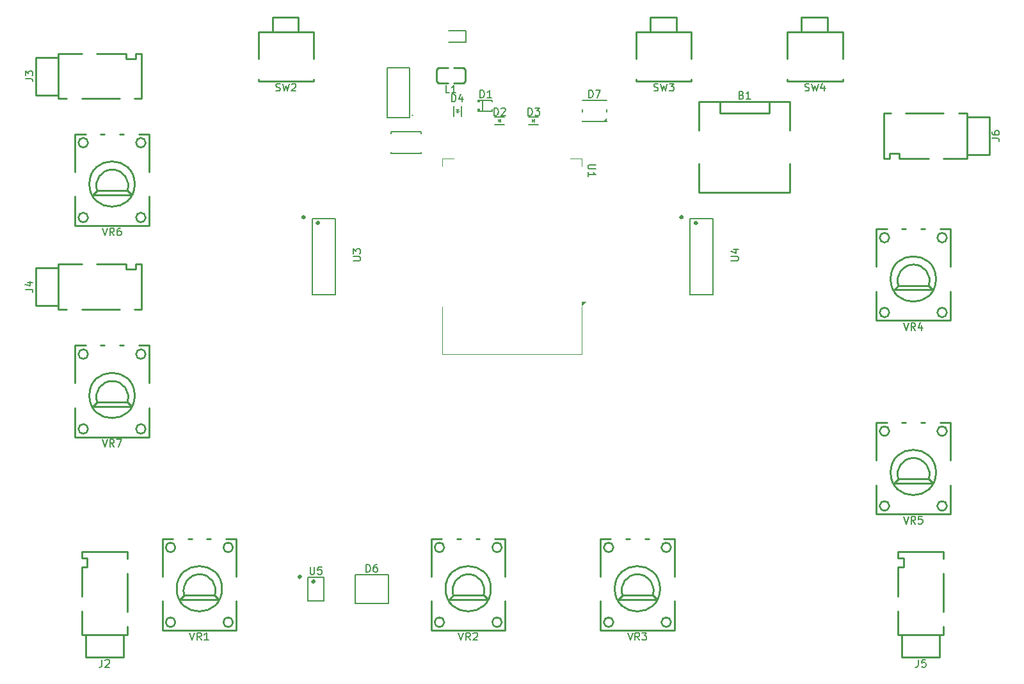
<source format=gbr>
%TF.GenerationSoftware,KiCad,Pcbnew,9.0.3*%
%TF.CreationDate,2025-08-06T15:24:12+02:00*%
%TF.ProjectId,Spikeling_v3.0,5370696b-656c-4696-9e67-5f76332e302e,rev?*%
%TF.SameCoordinates,Original*%
%TF.FileFunction,Legend,Top*%
%TF.FilePolarity,Positive*%
%FSLAX46Y46*%
G04 Gerber Fmt 4.6, Leading zero omitted, Abs format (unit mm)*
G04 Created by KiCad (PCBNEW 9.0.3) date 2025-08-06 15:24:12*
%MOMM*%
%LPD*%
G01*
G04 APERTURE LIST*
%ADD10C,0.150000*%
%ADD11C,0.254000*%
%ADD12C,0.152500*%
%ADD13C,0.300000*%
%ADD14C,0.120000*%
%ADD15C,0.152000*%
%ADD16C,0.000000*%
%ADD17C,0.127000*%
%ADD18C,0.100000*%
%ADD19C,0.130000*%
G04 APERTURE END LIST*
D10*
X152825443Y-129807319D02*
X153158776Y-130807319D01*
X153158776Y-130807319D02*
X153492109Y-129807319D01*
X154396871Y-130807319D02*
X154063538Y-130331128D01*
X153825443Y-130807319D02*
X153825443Y-129807319D01*
X153825443Y-129807319D02*
X154206395Y-129807319D01*
X154206395Y-129807319D02*
X154301633Y-129854938D01*
X154301633Y-129854938D02*
X154349252Y-129902557D01*
X154349252Y-129902557D02*
X154396871Y-129997795D01*
X154396871Y-129997795D02*
X154396871Y-130140652D01*
X154396871Y-130140652D02*
X154349252Y-130235890D01*
X154349252Y-130235890D02*
X154301633Y-130283509D01*
X154301633Y-130283509D02*
X154206395Y-130331128D01*
X154206395Y-130331128D02*
X153825443Y-130331128D01*
X154777824Y-129902557D02*
X154825443Y-129854938D01*
X154825443Y-129854938D02*
X154920681Y-129807319D01*
X154920681Y-129807319D02*
X155158776Y-129807319D01*
X155158776Y-129807319D02*
X155254014Y-129854938D01*
X155254014Y-129854938D02*
X155301633Y-129902557D01*
X155301633Y-129902557D02*
X155349252Y-129997795D01*
X155349252Y-129997795D02*
X155349252Y-130093033D01*
X155349252Y-130093033D02*
X155301633Y-130235890D01*
X155301633Y-130235890D02*
X154730205Y-130807319D01*
X154730205Y-130807319D02*
X155349252Y-130807319D01*
X138875819Y-80559529D02*
X139685342Y-80559529D01*
X139685342Y-80559529D02*
X139780580Y-80511910D01*
X139780580Y-80511910D02*
X139828200Y-80464291D01*
X139828200Y-80464291D02*
X139875819Y-80369053D01*
X139875819Y-80369053D02*
X139875819Y-80178577D01*
X139875819Y-80178577D02*
X139828200Y-80083339D01*
X139828200Y-80083339D02*
X139780580Y-80035720D01*
X139780580Y-80035720D02*
X139685342Y-79988101D01*
X139685342Y-79988101D02*
X138875819Y-79988101D01*
X138875819Y-79607148D02*
X138875819Y-78988101D01*
X138875819Y-78988101D02*
X139256771Y-79321434D01*
X139256771Y-79321434D02*
X139256771Y-79178577D01*
X139256771Y-79178577D02*
X139304390Y-79083339D01*
X139304390Y-79083339D02*
X139352009Y-79035720D01*
X139352009Y-79035720D02*
X139447247Y-78988101D01*
X139447247Y-78988101D02*
X139685342Y-78988101D01*
X139685342Y-78988101D02*
X139780580Y-79035720D01*
X139780580Y-79035720D02*
X139828200Y-79083339D01*
X139828200Y-79083339D02*
X139875819Y-79178577D01*
X139875819Y-79178577D02*
X139875819Y-79464291D01*
X139875819Y-79464291D02*
X139828200Y-79559529D01*
X139828200Y-79559529D02*
X139780580Y-79607148D01*
X95527819Y-84333333D02*
X96242104Y-84333333D01*
X96242104Y-84333333D02*
X96384961Y-84380952D01*
X96384961Y-84380952D02*
X96480200Y-84476190D01*
X96480200Y-84476190D02*
X96527819Y-84619047D01*
X96527819Y-84619047D02*
X96527819Y-84714285D01*
X95861152Y-83428571D02*
X96527819Y-83428571D01*
X95480200Y-83666666D02*
X96194485Y-83904761D01*
X96194485Y-83904761D02*
X96194485Y-83285714D01*
X170970180Y-67838095D02*
X170160657Y-67838095D01*
X170160657Y-67838095D02*
X170065419Y-67885714D01*
X170065419Y-67885714D02*
X170017800Y-67933333D01*
X170017800Y-67933333D02*
X169970180Y-68028571D01*
X169970180Y-68028571D02*
X169970180Y-68219047D01*
X169970180Y-68219047D02*
X170017800Y-68314285D01*
X170017800Y-68314285D02*
X170065419Y-68361904D01*
X170065419Y-68361904D02*
X170160657Y-68409523D01*
X170160657Y-68409523D02*
X170970180Y-68409523D01*
X169970180Y-69409523D02*
X169970180Y-68838095D01*
X169970180Y-69123809D02*
X170970180Y-69123809D01*
X170970180Y-69123809D02*
X170827323Y-69028571D01*
X170827323Y-69028571D02*
X170732085Y-68933333D01*
X170732085Y-68933333D02*
X170684466Y-68838095D01*
X213666666Y-133381819D02*
X213666666Y-134096104D01*
X213666666Y-134096104D02*
X213619047Y-134238961D01*
X213619047Y-134238961D02*
X213523809Y-134334200D01*
X213523809Y-134334200D02*
X213380952Y-134381819D01*
X213380952Y-134381819D02*
X213285714Y-134381819D01*
X214619047Y-133381819D02*
X214142857Y-133381819D01*
X214142857Y-133381819D02*
X214095238Y-133858009D01*
X214095238Y-133858009D02*
X214142857Y-133810390D01*
X214142857Y-133810390D02*
X214238095Y-133762771D01*
X214238095Y-133762771D02*
X214476190Y-133762771D01*
X214476190Y-133762771D02*
X214571428Y-133810390D01*
X214571428Y-133810390D02*
X214619047Y-133858009D01*
X214619047Y-133858009D02*
X214666666Y-133953247D01*
X214666666Y-133953247D02*
X214666666Y-134191342D01*
X214666666Y-134191342D02*
X214619047Y-134286580D01*
X214619047Y-134286580D02*
X214571428Y-134334200D01*
X214571428Y-134334200D02*
X214476190Y-134381819D01*
X214476190Y-134381819D02*
X214238095Y-134381819D01*
X214238095Y-134381819D02*
X214142857Y-134334200D01*
X214142857Y-134334200D02*
X214095238Y-134286580D01*
X117255443Y-129807319D02*
X117588776Y-130807319D01*
X117588776Y-130807319D02*
X117922109Y-129807319D01*
X118826871Y-130807319D02*
X118493538Y-130331128D01*
X118255443Y-130807319D02*
X118255443Y-129807319D01*
X118255443Y-129807319D02*
X118636395Y-129807319D01*
X118636395Y-129807319D02*
X118731633Y-129854938D01*
X118731633Y-129854938D02*
X118779252Y-129902557D01*
X118779252Y-129902557D02*
X118826871Y-129997795D01*
X118826871Y-129997795D02*
X118826871Y-130140652D01*
X118826871Y-130140652D02*
X118779252Y-130235890D01*
X118779252Y-130235890D02*
X118731633Y-130283509D01*
X118731633Y-130283509D02*
X118636395Y-130331128D01*
X118636395Y-130331128D02*
X118255443Y-130331128D01*
X119779252Y-130807319D02*
X119207824Y-130807319D01*
X119493538Y-130807319D02*
X119493538Y-129807319D01*
X119493538Y-129807319D02*
X119398300Y-129950176D01*
X119398300Y-129950176D02*
X119303062Y-130045414D01*
X119303062Y-130045414D02*
X119207824Y-130093033D01*
X170061905Y-58953819D02*
X170061905Y-57953819D01*
X170061905Y-57953819D02*
X170300000Y-57953819D01*
X170300000Y-57953819D02*
X170442857Y-58001438D01*
X170442857Y-58001438D02*
X170538095Y-58096676D01*
X170538095Y-58096676D02*
X170585714Y-58191914D01*
X170585714Y-58191914D02*
X170633333Y-58382390D01*
X170633333Y-58382390D02*
X170633333Y-58525247D01*
X170633333Y-58525247D02*
X170585714Y-58715723D01*
X170585714Y-58715723D02*
X170538095Y-58810961D01*
X170538095Y-58810961D02*
X170442857Y-58906200D01*
X170442857Y-58906200D02*
X170300000Y-58953819D01*
X170300000Y-58953819D02*
X170061905Y-58953819D01*
X170966667Y-57953819D02*
X171633333Y-57953819D01*
X171633333Y-57953819D02*
X171204762Y-58953819D01*
X211705443Y-114407319D02*
X212038776Y-115407319D01*
X212038776Y-115407319D02*
X212372109Y-114407319D01*
X213276871Y-115407319D02*
X212943538Y-114931128D01*
X212705443Y-115407319D02*
X212705443Y-114407319D01*
X212705443Y-114407319D02*
X213086395Y-114407319D01*
X213086395Y-114407319D02*
X213181633Y-114454938D01*
X213181633Y-114454938D02*
X213229252Y-114502557D01*
X213229252Y-114502557D02*
X213276871Y-114597795D01*
X213276871Y-114597795D02*
X213276871Y-114740652D01*
X213276871Y-114740652D02*
X213229252Y-114835890D01*
X213229252Y-114835890D02*
X213181633Y-114883509D01*
X213181633Y-114883509D02*
X213086395Y-114931128D01*
X213086395Y-114931128D02*
X212705443Y-114931128D01*
X214181633Y-114407319D02*
X213705443Y-114407319D01*
X213705443Y-114407319D02*
X213657824Y-114883509D01*
X213657824Y-114883509D02*
X213705443Y-114835890D01*
X213705443Y-114835890D02*
X213800681Y-114788271D01*
X213800681Y-114788271D02*
X214038776Y-114788271D01*
X214038776Y-114788271D02*
X214134014Y-114835890D01*
X214134014Y-114835890D02*
X214181633Y-114883509D01*
X214181633Y-114883509D02*
X214229252Y-114978747D01*
X214229252Y-114978747D02*
X214229252Y-115216842D01*
X214229252Y-115216842D02*
X214181633Y-115312080D01*
X214181633Y-115312080D02*
X214134014Y-115359700D01*
X214134014Y-115359700D02*
X214038776Y-115407319D01*
X214038776Y-115407319D02*
X213800681Y-115407319D01*
X213800681Y-115407319D02*
X213705443Y-115359700D01*
X213705443Y-115359700D02*
X213657824Y-115312080D01*
X190270238Y-58604009D02*
X190413095Y-58651628D01*
X190413095Y-58651628D02*
X190460714Y-58699247D01*
X190460714Y-58699247D02*
X190508333Y-58794485D01*
X190508333Y-58794485D02*
X190508333Y-58937342D01*
X190508333Y-58937342D02*
X190460714Y-59032580D01*
X190460714Y-59032580D02*
X190413095Y-59080200D01*
X190413095Y-59080200D02*
X190317857Y-59127819D01*
X190317857Y-59127819D02*
X189936905Y-59127819D01*
X189936905Y-59127819D02*
X189936905Y-58127819D01*
X189936905Y-58127819D02*
X190270238Y-58127819D01*
X190270238Y-58127819D02*
X190365476Y-58175438D01*
X190365476Y-58175438D02*
X190413095Y-58223057D01*
X190413095Y-58223057D02*
X190460714Y-58318295D01*
X190460714Y-58318295D02*
X190460714Y-58413533D01*
X190460714Y-58413533D02*
X190413095Y-58508771D01*
X190413095Y-58508771D02*
X190365476Y-58556390D01*
X190365476Y-58556390D02*
X190270238Y-58604009D01*
X190270238Y-58604009D02*
X189936905Y-58604009D01*
X191460714Y-59127819D02*
X190889286Y-59127819D01*
X191175000Y-59127819D02*
X191175000Y-58127819D01*
X191175000Y-58127819D02*
X191079762Y-58270676D01*
X191079762Y-58270676D02*
X190984524Y-58365914D01*
X190984524Y-58365914D02*
X190889286Y-58413533D01*
X133213095Y-121104819D02*
X133213095Y-121914342D01*
X133213095Y-121914342D02*
X133260714Y-122009580D01*
X133260714Y-122009580D02*
X133308333Y-122057200D01*
X133308333Y-122057200D02*
X133403571Y-122104819D01*
X133403571Y-122104819D02*
X133594047Y-122104819D01*
X133594047Y-122104819D02*
X133689285Y-122057200D01*
X133689285Y-122057200D02*
X133736904Y-122009580D01*
X133736904Y-122009580D02*
X133784523Y-121914342D01*
X133784523Y-121914342D02*
X133784523Y-121104819D01*
X134736904Y-121104819D02*
X134260714Y-121104819D01*
X134260714Y-121104819D02*
X134213095Y-121581009D01*
X134213095Y-121581009D02*
X134260714Y-121533390D01*
X134260714Y-121533390D02*
X134355952Y-121485771D01*
X134355952Y-121485771D02*
X134594047Y-121485771D01*
X134594047Y-121485771D02*
X134689285Y-121533390D01*
X134689285Y-121533390D02*
X134736904Y-121581009D01*
X134736904Y-121581009D02*
X134784523Y-121676247D01*
X134784523Y-121676247D02*
X134784523Y-121914342D01*
X134784523Y-121914342D02*
X134736904Y-122009580D01*
X134736904Y-122009580D02*
X134689285Y-122057200D01*
X134689285Y-122057200D02*
X134594047Y-122104819D01*
X134594047Y-122104819D02*
X134355952Y-122104819D01*
X134355952Y-122104819D02*
X134260714Y-122057200D01*
X134260714Y-122057200D02*
X134213095Y-122009580D01*
X223381819Y-64333333D02*
X224096104Y-64333333D01*
X224096104Y-64333333D02*
X224238961Y-64380952D01*
X224238961Y-64380952D02*
X224334200Y-64476190D01*
X224334200Y-64476190D02*
X224381819Y-64619047D01*
X224381819Y-64619047D02*
X224381819Y-64714285D01*
X223381819Y-63428571D02*
X223381819Y-63619047D01*
X223381819Y-63619047D02*
X223429438Y-63714285D01*
X223429438Y-63714285D02*
X223477057Y-63761904D01*
X223477057Y-63761904D02*
X223619914Y-63857142D01*
X223619914Y-63857142D02*
X223810390Y-63904761D01*
X223810390Y-63904761D02*
X224191342Y-63904761D01*
X224191342Y-63904761D02*
X224286580Y-63857142D01*
X224286580Y-63857142D02*
X224334200Y-63809523D01*
X224334200Y-63809523D02*
X224381819Y-63714285D01*
X224381819Y-63714285D02*
X224381819Y-63523809D01*
X224381819Y-63523809D02*
X224334200Y-63428571D01*
X224334200Y-63428571D02*
X224286580Y-63380952D01*
X224286580Y-63380952D02*
X224191342Y-63333333D01*
X224191342Y-63333333D02*
X223953247Y-63333333D01*
X223953247Y-63333333D02*
X223858009Y-63380952D01*
X223858009Y-63380952D02*
X223810390Y-63428571D01*
X223810390Y-63428571D02*
X223762771Y-63523809D01*
X223762771Y-63523809D02*
X223762771Y-63714285D01*
X223762771Y-63714285D02*
X223810390Y-63809523D01*
X223810390Y-63809523D02*
X223858009Y-63857142D01*
X223858009Y-63857142D02*
X223953247Y-63904761D01*
X95527819Y-56433333D02*
X96242104Y-56433333D01*
X96242104Y-56433333D02*
X96384961Y-56480952D01*
X96384961Y-56480952D02*
X96480200Y-56576190D01*
X96480200Y-56576190D02*
X96527819Y-56719047D01*
X96527819Y-56719047D02*
X96527819Y-56814285D01*
X95527819Y-56052380D02*
X95527819Y-55433333D01*
X95527819Y-55433333D02*
X95908771Y-55766666D01*
X95908771Y-55766666D02*
X95908771Y-55623809D01*
X95908771Y-55623809D02*
X95956390Y-55528571D01*
X95956390Y-55528571D02*
X96004009Y-55480952D01*
X96004009Y-55480952D02*
X96099247Y-55433333D01*
X96099247Y-55433333D02*
X96337342Y-55433333D01*
X96337342Y-55433333D02*
X96432580Y-55480952D01*
X96432580Y-55480952D02*
X96480200Y-55528571D01*
X96480200Y-55528571D02*
X96527819Y-55623809D01*
X96527819Y-55623809D02*
X96527819Y-55909523D01*
X96527819Y-55909523D02*
X96480200Y-56004761D01*
X96480200Y-56004761D02*
X96432580Y-56052380D01*
X178666667Y-58024200D02*
X178809524Y-58071819D01*
X178809524Y-58071819D02*
X179047619Y-58071819D01*
X179047619Y-58071819D02*
X179142857Y-58024200D01*
X179142857Y-58024200D02*
X179190476Y-57976580D01*
X179190476Y-57976580D02*
X179238095Y-57881342D01*
X179238095Y-57881342D02*
X179238095Y-57786104D01*
X179238095Y-57786104D02*
X179190476Y-57690866D01*
X179190476Y-57690866D02*
X179142857Y-57643247D01*
X179142857Y-57643247D02*
X179047619Y-57595628D01*
X179047619Y-57595628D02*
X178857143Y-57548009D01*
X178857143Y-57548009D02*
X178761905Y-57500390D01*
X178761905Y-57500390D02*
X178714286Y-57452771D01*
X178714286Y-57452771D02*
X178666667Y-57357533D01*
X178666667Y-57357533D02*
X178666667Y-57262295D01*
X178666667Y-57262295D02*
X178714286Y-57167057D01*
X178714286Y-57167057D02*
X178761905Y-57119438D01*
X178761905Y-57119438D02*
X178857143Y-57071819D01*
X178857143Y-57071819D02*
X179095238Y-57071819D01*
X179095238Y-57071819D02*
X179238095Y-57119438D01*
X179571429Y-57071819D02*
X179809524Y-58071819D01*
X179809524Y-58071819D02*
X180000000Y-57357533D01*
X180000000Y-57357533D02*
X180190476Y-58071819D01*
X180190476Y-58071819D02*
X180428572Y-57071819D01*
X180714286Y-57071819D02*
X181333333Y-57071819D01*
X181333333Y-57071819D02*
X181000000Y-57452771D01*
X181000000Y-57452771D02*
X181142857Y-57452771D01*
X181142857Y-57452771D02*
X181238095Y-57500390D01*
X181238095Y-57500390D02*
X181285714Y-57548009D01*
X181285714Y-57548009D02*
X181333333Y-57643247D01*
X181333333Y-57643247D02*
X181333333Y-57881342D01*
X181333333Y-57881342D02*
X181285714Y-57976580D01*
X181285714Y-57976580D02*
X181238095Y-58024200D01*
X181238095Y-58024200D02*
X181142857Y-58071819D01*
X181142857Y-58071819D02*
X180857143Y-58071819D01*
X180857143Y-58071819D02*
X180761905Y-58024200D01*
X180761905Y-58024200D02*
X180714286Y-57976580D01*
X128666667Y-58024200D02*
X128809524Y-58071819D01*
X128809524Y-58071819D02*
X129047619Y-58071819D01*
X129047619Y-58071819D02*
X129142857Y-58024200D01*
X129142857Y-58024200D02*
X129190476Y-57976580D01*
X129190476Y-57976580D02*
X129238095Y-57881342D01*
X129238095Y-57881342D02*
X129238095Y-57786104D01*
X129238095Y-57786104D02*
X129190476Y-57690866D01*
X129190476Y-57690866D02*
X129142857Y-57643247D01*
X129142857Y-57643247D02*
X129047619Y-57595628D01*
X129047619Y-57595628D02*
X128857143Y-57548009D01*
X128857143Y-57548009D02*
X128761905Y-57500390D01*
X128761905Y-57500390D02*
X128714286Y-57452771D01*
X128714286Y-57452771D02*
X128666667Y-57357533D01*
X128666667Y-57357533D02*
X128666667Y-57262295D01*
X128666667Y-57262295D02*
X128714286Y-57167057D01*
X128714286Y-57167057D02*
X128761905Y-57119438D01*
X128761905Y-57119438D02*
X128857143Y-57071819D01*
X128857143Y-57071819D02*
X129095238Y-57071819D01*
X129095238Y-57071819D02*
X129238095Y-57119438D01*
X129571429Y-57071819D02*
X129809524Y-58071819D01*
X129809524Y-58071819D02*
X130000000Y-57357533D01*
X130000000Y-57357533D02*
X130190476Y-58071819D01*
X130190476Y-58071819D02*
X130428572Y-57071819D01*
X130761905Y-57167057D02*
X130809524Y-57119438D01*
X130809524Y-57119438D02*
X130904762Y-57071819D01*
X130904762Y-57071819D02*
X131142857Y-57071819D01*
X131142857Y-57071819D02*
X131238095Y-57119438D01*
X131238095Y-57119438D02*
X131285714Y-57167057D01*
X131285714Y-57167057D02*
X131333333Y-57262295D01*
X131333333Y-57262295D02*
X131333333Y-57357533D01*
X131333333Y-57357533D02*
X131285714Y-57500390D01*
X131285714Y-57500390D02*
X130714286Y-58071819D01*
X130714286Y-58071819D02*
X131333333Y-58071819D01*
X157536905Y-61304819D02*
X157536905Y-60304819D01*
X157536905Y-60304819D02*
X157775000Y-60304819D01*
X157775000Y-60304819D02*
X157917857Y-60352438D01*
X157917857Y-60352438D02*
X158013095Y-60447676D01*
X158013095Y-60447676D02*
X158060714Y-60542914D01*
X158060714Y-60542914D02*
X158108333Y-60733390D01*
X158108333Y-60733390D02*
X158108333Y-60876247D01*
X158108333Y-60876247D02*
X158060714Y-61066723D01*
X158060714Y-61066723D02*
X158013095Y-61161961D01*
X158013095Y-61161961D02*
X157917857Y-61257200D01*
X157917857Y-61257200D02*
X157775000Y-61304819D01*
X157775000Y-61304819D02*
X157536905Y-61304819D01*
X158489286Y-60400057D02*
X158536905Y-60352438D01*
X158536905Y-60352438D02*
X158632143Y-60304819D01*
X158632143Y-60304819D02*
X158870238Y-60304819D01*
X158870238Y-60304819D02*
X158965476Y-60352438D01*
X158965476Y-60352438D02*
X159013095Y-60400057D01*
X159013095Y-60400057D02*
X159060714Y-60495295D01*
X159060714Y-60495295D02*
X159060714Y-60590533D01*
X159060714Y-60590533D02*
X159013095Y-60733390D01*
X159013095Y-60733390D02*
X158441667Y-61304819D01*
X158441667Y-61304819D02*
X159060714Y-61304819D01*
X140612155Y-121778819D02*
X140612155Y-120778819D01*
X140612155Y-120778819D02*
X140850250Y-120778819D01*
X140850250Y-120778819D02*
X140993107Y-120826438D01*
X140993107Y-120826438D02*
X141088345Y-120921676D01*
X141088345Y-120921676D02*
X141135964Y-121016914D01*
X141135964Y-121016914D02*
X141183583Y-121207390D01*
X141183583Y-121207390D02*
X141183583Y-121350247D01*
X141183583Y-121350247D02*
X141135964Y-121540723D01*
X141135964Y-121540723D02*
X141088345Y-121635961D01*
X141088345Y-121635961D02*
X140993107Y-121731200D01*
X140993107Y-121731200D02*
X140850250Y-121778819D01*
X140850250Y-121778819D02*
X140612155Y-121778819D01*
X142040726Y-120778819D02*
X141850250Y-120778819D01*
X141850250Y-120778819D02*
X141755012Y-120826438D01*
X141755012Y-120826438D02*
X141707393Y-120874057D01*
X141707393Y-120874057D02*
X141612155Y-121016914D01*
X141612155Y-121016914D02*
X141564536Y-121207390D01*
X141564536Y-121207390D02*
X141564536Y-121588342D01*
X141564536Y-121588342D02*
X141612155Y-121683580D01*
X141612155Y-121683580D02*
X141659774Y-121731200D01*
X141659774Y-121731200D02*
X141755012Y-121778819D01*
X141755012Y-121778819D02*
X141945488Y-121778819D01*
X141945488Y-121778819D02*
X142040726Y-121731200D01*
X142040726Y-121731200D02*
X142088345Y-121683580D01*
X142088345Y-121683580D02*
X142135964Y-121588342D01*
X142135964Y-121588342D02*
X142135964Y-121350247D01*
X142135964Y-121350247D02*
X142088345Y-121255009D01*
X142088345Y-121255009D02*
X142040726Y-121207390D01*
X142040726Y-121207390D02*
X141945488Y-121159771D01*
X141945488Y-121159771D02*
X141755012Y-121159771D01*
X141755012Y-121159771D02*
X141659774Y-121207390D01*
X141659774Y-121207390D02*
X141612155Y-121255009D01*
X141612155Y-121255009D02*
X141564536Y-121350247D01*
X151911905Y-59504819D02*
X151911905Y-58504819D01*
X151911905Y-58504819D02*
X152150000Y-58504819D01*
X152150000Y-58504819D02*
X152292857Y-58552438D01*
X152292857Y-58552438D02*
X152388095Y-58647676D01*
X152388095Y-58647676D02*
X152435714Y-58742914D01*
X152435714Y-58742914D02*
X152483333Y-58933390D01*
X152483333Y-58933390D02*
X152483333Y-59076247D01*
X152483333Y-59076247D02*
X152435714Y-59266723D01*
X152435714Y-59266723D02*
X152388095Y-59361961D01*
X152388095Y-59361961D02*
X152292857Y-59457200D01*
X152292857Y-59457200D02*
X152150000Y-59504819D01*
X152150000Y-59504819D02*
X151911905Y-59504819D01*
X153340476Y-58838152D02*
X153340476Y-59504819D01*
X153102381Y-58457200D02*
X152864286Y-59171485D01*
X152864286Y-59171485D02*
X153483333Y-59171485D01*
X105705443Y-76207319D02*
X106038776Y-77207319D01*
X106038776Y-77207319D02*
X106372109Y-76207319D01*
X107276871Y-77207319D02*
X106943538Y-76731128D01*
X106705443Y-77207319D02*
X106705443Y-76207319D01*
X106705443Y-76207319D02*
X107086395Y-76207319D01*
X107086395Y-76207319D02*
X107181633Y-76254938D01*
X107181633Y-76254938D02*
X107229252Y-76302557D01*
X107229252Y-76302557D02*
X107276871Y-76397795D01*
X107276871Y-76397795D02*
X107276871Y-76540652D01*
X107276871Y-76540652D02*
X107229252Y-76635890D01*
X107229252Y-76635890D02*
X107181633Y-76683509D01*
X107181633Y-76683509D02*
X107086395Y-76731128D01*
X107086395Y-76731128D02*
X106705443Y-76731128D01*
X108134014Y-76207319D02*
X107943538Y-76207319D01*
X107943538Y-76207319D02*
X107848300Y-76254938D01*
X107848300Y-76254938D02*
X107800681Y-76302557D01*
X107800681Y-76302557D02*
X107705443Y-76445414D01*
X107705443Y-76445414D02*
X107657824Y-76635890D01*
X107657824Y-76635890D02*
X107657824Y-77016842D01*
X107657824Y-77016842D02*
X107705443Y-77112080D01*
X107705443Y-77112080D02*
X107753062Y-77159700D01*
X107753062Y-77159700D02*
X107848300Y-77207319D01*
X107848300Y-77207319D02*
X108038776Y-77207319D01*
X108038776Y-77207319D02*
X108134014Y-77159700D01*
X108134014Y-77159700D02*
X108181633Y-77112080D01*
X108181633Y-77112080D02*
X108229252Y-77016842D01*
X108229252Y-77016842D02*
X108229252Y-76778747D01*
X108229252Y-76778747D02*
X108181633Y-76683509D01*
X108181633Y-76683509D02*
X108134014Y-76635890D01*
X108134014Y-76635890D02*
X108038776Y-76588271D01*
X108038776Y-76588271D02*
X107848300Y-76588271D01*
X107848300Y-76588271D02*
X107753062Y-76635890D01*
X107753062Y-76635890D02*
X107705443Y-76683509D01*
X107705443Y-76683509D02*
X107657824Y-76778747D01*
X151639833Y-58297819D02*
X151163643Y-58297819D01*
X151163643Y-58297819D02*
X151163643Y-57297819D01*
X152496976Y-58297819D02*
X151925548Y-58297819D01*
X152211262Y-58297819D02*
X152211262Y-57297819D01*
X152211262Y-57297819D02*
X152116024Y-57440676D01*
X152116024Y-57440676D02*
X152020786Y-57535914D01*
X152020786Y-57535914D02*
X151925548Y-57583533D01*
X188875819Y-80559529D02*
X189685342Y-80559529D01*
X189685342Y-80559529D02*
X189780580Y-80511910D01*
X189780580Y-80511910D02*
X189828200Y-80464291D01*
X189828200Y-80464291D02*
X189875819Y-80369053D01*
X189875819Y-80369053D02*
X189875819Y-80178577D01*
X189875819Y-80178577D02*
X189828200Y-80083339D01*
X189828200Y-80083339D02*
X189780580Y-80035720D01*
X189780580Y-80035720D02*
X189685342Y-79988101D01*
X189685342Y-79988101D02*
X188875819Y-79988101D01*
X189209152Y-79083339D02*
X189875819Y-79083339D01*
X188828200Y-79321434D02*
X189542485Y-79559529D01*
X189542485Y-79559529D02*
X189542485Y-78940482D01*
X175205443Y-129807319D02*
X175538776Y-130807319D01*
X175538776Y-130807319D02*
X175872109Y-129807319D01*
X176776871Y-130807319D02*
X176443538Y-130331128D01*
X176205443Y-130807319D02*
X176205443Y-129807319D01*
X176205443Y-129807319D02*
X176586395Y-129807319D01*
X176586395Y-129807319D02*
X176681633Y-129854938D01*
X176681633Y-129854938D02*
X176729252Y-129902557D01*
X176729252Y-129902557D02*
X176776871Y-129997795D01*
X176776871Y-129997795D02*
X176776871Y-130140652D01*
X176776871Y-130140652D02*
X176729252Y-130235890D01*
X176729252Y-130235890D02*
X176681633Y-130283509D01*
X176681633Y-130283509D02*
X176586395Y-130331128D01*
X176586395Y-130331128D02*
X176205443Y-130331128D01*
X177110205Y-129807319D02*
X177729252Y-129807319D01*
X177729252Y-129807319D02*
X177395919Y-130188271D01*
X177395919Y-130188271D02*
X177538776Y-130188271D01*
X177538776Y-130188271D02*
X177634014Y-130235890D01*
X177634014Y-130235890D02*
X177681633Y-130283509D01*
X177681633Y-130283509D02*
X177729252Y-130378747D01*
X177729252Y-130378747D02*
X177729252Y-130616842D01*
X177729252Y-130616842D02*
X177681633Y-130712080D01*
X177681633Y-130712080D02*
X177634014Y-130759700D01*
X177634014Y-130759700D02*
X177538776Y-130807319D01*
X177538776Y-130807319D02*
X177253062Y-130807319D01*
X177253062Y-130807319D02*
X177157824Y-130759700D01*
X177157824Y-130759700D02*
X177110205Y-130712080D01*
X198666667Y-58024200D02*
X198809524Y-58071819D01*
X198809524Y-58071819D02*
X199047619Y-58071819D01*
X199047619Y-58071819D02*
X199142857Y-58024200D01*
X199142857Y-58024200D02*
X199190476Y-57976580D01*
X199190476Y-57976580D02*
X199238095Y-57881342D01*
X199238095Y-57881342D02*
X199238095Y-57786104D01*
X199238095Y-57786104D02*
X199190476Y-57690866D01*
X199190476Y-57690866D02*
X199142857Y-57643247D01*
X199142857Y-57643247D02*
X199047619Y-57595628D01*
X199047619Y-57595628D02*
X198857143Y-57548009D01*
X198857143Y-57548009D02*
X198761905Y-57500390D01*
X198761905Y-57500390D02*
X198714286Y-57452771D01*
X198714286Y-57452771D02*
X198666667Y-57357533D01*
X198666667Y-57357533D02*
X198666667Y-57262295D01*
X198666667Y-57262295D02*
X198714286Y-57167057D01*
X198714286Y-57167057D02*
X198761905Y-57119438D01*
X198761905Y-57119438D02*
X198857143Y-57071819D01*
X198857143Y-57071819D02*
X199095238Y-57071819D01*
X199095238Y-57071819D02*
X199238095Y-57119438D01*
X199571429Y-57071819D02*
X199809524Y-58071819D01*
X199809524Y-58071819D02*
X200000000Y-57357533D01*
X200000000Y-57357533D02*
X200190476Y-58071819D01*
X200190476Y-58071819D02*
X200428572Y-57071819D01*
X201238095Y-57405152D02*
X201238095Y-58071819D01*
X201000000Y-57024200D02*
X200761905Y-57738485D01*
X200761905Y-57738485D02*
X201380952Y-57738485D01*
X155686905Y-58952319D02*
X155686905Y-57952319D01*
X155686905Y-57952319D02*
X155925000Y-57952319D01*
X155925000Y-57952319D02*
X156067857Y-57999938D01*
X156067857Y-57999938D02*
X156163095Y-58095176D01*
X156163095Y-58095176D02*
X156210714Y-58190414D01*
X156210714Y-58190414D02*
X156258333Y-58380890D01*
X156258333Y-58380890D02*
X156258333Y-58523747D01*
X156258333Y-58523747D02*
X156210714Y-58714223D01*
X156210714Y-58714223D02*
X156163095Y-58809461D01*
X156163095Y-58809461D02*
X156067857Y-58904700D01*
X156067857Y-58904700D02*
X155925000Y-58952319D01*
X155925000Y-58952319D02*
X155686905Y-58952319D01*
X157210714Y-58952319D02*
X156639286Y-58952319D01*
X156925000Y-58952319D02*
X156925000Y-57952319D01*
X156925000Y-57952319D02*
X156829762Y-58095176D01*
X156829762Y-58095176D02*
X156734524Y-58190414D01*
X156734524Y-58190414D02*
X156639286Y-58238033D01*
X162036905Y-61329819D02*
X162036905Y-60329819D01*
X162036905Y-60329819D02*
X162275000Y-60329819D01*
X162275000Y-60329819D02*
X162417857Y-60377438D01*
X162417857Y-60377438D02*
X162513095Y-60472676D01*
X162513095Y-60472676D02*
X162560714Y-60567914D01*
X162560714Y-60567914D02*
X162608333Y-60758390D01*
X162608333Y-60758390D02*
X162608333Y-60901247D01*
X162608333Y-60901247D02*
X162560714Y-61091723D01*
X162560714Y-61091723D02*
X162513095Y-61186961D01*
X162513095Y-61186961D02*
X162417857Y-61282200D01*
X162417857Y-61282200D02*
X162275000Y-61329819D01*
X162275000Y-61329819D02*
X162036905Y-61329819D01*
X162941667Y-60329819D02*
X163560714Y-60329819D01*
X163560714Y-60329819D02*
X163227381Y-60710771D01*
X163227381Y-60710771D02*
X163370238Y-60710771D01*
X163370238Y-60710771D02*
X163465476Y-60758390D01*
X163465476Y-60758390D02*
X163513095Y-60806009D01*
X163513095Y-60806009D02*
X163560714Y-60901247D01*
X163560714Y-60901247D02*
X163560714Y-61139342D01*
X163560714Y-61139342D02*
X163513095Y-61234580D01*
X163513095Y-61234580D02*
X163465476Y-61282200D01*
X163465476Y-61282200D02*
X163370238Y-61329819D01*
X163370238Y-61329819D02*
X163084524Y-61329819D01*
X163084524Y-61329819D02*
X162989286Y-61282200D01*
X162989286Y-61282200D02*
X162941667Y-61234580D01*
X105666666Y-133381819D02*
X105666666Y-134096104D01*
X105666666Y-134096104D02*
X105619047Y-134238961D01*
X105619047Y-134238961D02*
X105523809Y-134334200D01*
X105523809Y-134334200D02*
X105380952Y-134381819D01*
X105380952Y-134381819D02*
X105285714Y-134381819D01*
X106095238Y-133477057D02*
X106142857Y-133429438D01*
X106142857Y-133429438D02*
X106238095Y-133381819D01*
X106238095Y-133381819D02*
X106476190Y-133381819D01*
X106476190Y-133381819D02*
X106571428Y-133429438D01*
X106571428Y-133429438D02*
X106619047Y-133477057D01*
X106619047Y-133477057D02*
X106666666Y-133572295D01*
X106666666Y-133572295D02*
X106666666Y-133667533D01*
X106666666Y-133667533D02*
X106619047Y-133810390D01*
X106619047Y-133810390D02*
X106047619Y-134381819D01*
X106047619Y-134381819D02*
X106666666Y-134381819D01*
X105705443Y-104207319D02*
X106038776Y-105207319D01*
X106038776Y-105207319D02*
X106372109Y-104207319D01*
X107276871Y-105207319D02*
X106943538Y-104731128D01*
X106705443Y-105207319D02*
X106705443Y-104207319D01*
X106705443Y-104207319D02*
X107086395Y-104207319D01*
X107086395Y-104207319D02*
X107181633Y-104254938D01*
X107181633Y-104254938D02*
X107229252Y-104302557D01*
X107229252Y-104302557D02*
X107276871Y-104397795D01*
X107276871Y-104397795D02*
X107276871Y-104540652D01*
X107276871Y-104540652D02*
X107229252Y-104635890D01*
X107229252Y-104635890D02*
X107181633Y-104683509D01*
X107181633Y-104683509D02*
X107086395Y-104731128D01*
X107086395Y-104731128D02*
X106705443Y-104731128D01*
X107610205Y-104207319D02*
X108276871Y-104207319D01*
X108276871Y-104207319D02*
X107848300Y-105207319D01*
X211705443Y-88779319D02*
X212038776Y-89779319D01*
X212038776Y-89779319D02*
X212372109Y-88779319D01*
X213276871Y-89779319D02*
X212943538Y-89303128D01*
X212705443Y-89779319D02*
X212705443Y-88779319D01*
X212705443Y-88779319D02*
X213086395Y-88779319D01*
X213086395Y-88779319D02*
X213181633Y-88826938D01*
X213181633Y-88826938D02*
X213229252Y-88874557D01*
X213229252Y-88874557D02*
X213276871Y-88969795D01*
X213276871Y-88969795D02*
X213276871Y-89112652D01*
X213276871Y-89112652D02*
X213229252Y-89207890D01*
X213229252Y-89207890D02*
X213181633Y-89255509D01*
X213181633Y-89255509D02*
X213086395Y-89303128D01*
X213086395Y-89303128D02*
X212705443Y-89303128D01*
X214134014Y-89112652D02*
X214134014Y-89779319D01*
X213895919Y-88731700D02*
X213657824Y-89445985D01*
X213657824Y-89445985D02*
X214276871Y-89445985D01*
D11*
%TO.C,VR2*%
X149220000Y-122356000D02*
X149220000Y-117381000D01*
X149220000Y-129500000D02*
X149220000Y-125644000D01*
X149220000Y-129500000D02*
X159020000Y-129500000D01*
X150608500Y-117381000D02*
X149220000Y-117381000D01*
X151580000Y-125437000D02*
X156660000Y-125437000D01*
X152143000Y-124874000D02*
X151580000Y-125437000D01*
X153108500Y-117381000D02*
X152631500Y-117381000D01*
X155608500Y-117381000D02*
X155131500Y-117381000D01*
X156152000Y-124874000D02*
X152143000Y-124874000D01*
X156660000Y-125382000D02*
X156152000Y-124874000D01*
X156660000Y-125437000D02*
X156660000Y-125382000D01*
X159020000Y-117381000D02*
X157631500Y-117381000D01*
X159020000Y-122356000D02*
X159020000Y-117381000D01*
X159020000Y-129500000D02*
X159020000Y-125644000D01*
X152144000Y-124874000D02*
G75*
G02*
X156152000Y-124874000I2004000J676500D01*
G01*
X150945000Y-118524000D02*
G75*
G02*
X149675000Y-118524000I-635000J0D01*
G01*
X149675000Y-118524000D02*
G75*
G02*
X150945000Y-118524000I635000J0D01*
G01*
X150945000Y-128430000D02*
G75*
G02*
X149675000Y-128430000I-635000J0D01*
G01*
X149675000Y-128430000D02*
G75*
G02*
X150945000Y-128430000I635000J0D01*
G01*
X157120000Y-124000000D02*
G75*
G02*
X151120000Y-124000000I-3000000J0D01*
G01*
X151120000Y-124000000D02*
G75*
G02*
X157120000Y-124000000I3000000J0D01*
G01*
X158565000Y-118524000D02*
G75*
G02*
X157295000Y-118524000I-635000J0D01*
G01*
X157295000Y-118524000D02*
G75*
G02*
X158565000Y-118524000I635000J0D01*
G01*
X158565000Y-128430000D02*
G75*
G02*
X157295000Y-128430000I-635000J0D01*
G01*
X157295000Y-128430000D02*
G75*
G02*
X158565000Y-128430000I635000J0D01*
G01*
D12*
%TO.C,U3*%
X133478500Y-74974000D02*
X136521500Y-74974000D01*
X133478500Y-85026000D02*
X133478500Y-74974000D01*
X136521500Y-74974000D02*
X136521500Y-85026000D01*
X136521500Y-85026000D02*
X133478500Y-85026000D01*
D13*
X132483000Y-74793000D02*
G75*
G02*
X132183000Y-74793000I-150000J0D01*
G01*
X132183000Y-74793000D02*
G75*
G02*
X132483000Y-74793000I150000J0D01*
G01*
X134381000Y-75555000D02*
G75*
G02*
X134081000Y-75555000I-150000J0D01*
G01*
X134081000Y-75555000D02*
G75*
G02*
X134381000Y-75555000I150000J0D01*
G01*
D11*
%TO.C,J4*%
X96900000Y-86500000D02*
X96900000Y-81500000D01*
X99900000Y-81000000D02*
X103019000Y-81000000D01*
X99900000Y-81500000D02*
X96900000Y-81500000D01*
X99900000Y-86500000D02*
X96900000Y-86500000D01*
X99900000Y-87000000D02*
X99900000Y-81000000D01*
X99900000Y-87000000D02*
X101019000Y-87000000D01*
X102981000Y-87000000D02*
X108019000Y-87000000D01*
X104981000Y-81000000D02*
X108899000Y-81000000D01*
X108899000Y-81000500D02*
X108899000Y-81699000D01*
X108899000Y-81699000D02*
X110100500Y-81699000D01*
X109981000Y-87000000D02*
X110900000Y-87000000D01*
X110100500Y-81000500D02*
X110900500Y-81000500D01*
X110100500Y-81699000D02*
X110100500Y-81000500D01*
X110900000Y-81000000D02*
X110900000Y-87000000D01*
D14*
%TO.C,U1*%
X150725000Y-67050000D02*
X150725000Y-68050000D01*
X150725000Y-67050000D02*
X152225000Y-67050000D01*
X150725000Y-92900000D02*
X150725000Y-86700000D01*
X169125000Y-67050000D02*
X167625000Y-67050000D01*
X169125000Y-68050000D02*
X169125000Y-67050000D01*
X169125000Y-92900000D02*
X150725000Y-92900000D01*
X169125000Y-92900000D02*
X169125000Y-86700000D01*
X169125000Y-86525000D02*
X169125000Y-86025000D01*
X169625000Y-86025000D01*
X169125000Y-86525000D01*
G36*
X169125000Y-86525000D02*
G01*
X169125000Y-86025000D01*
X169625000Y-86025000D01*
X169125000Y-86525000D01*
G37*
D11*
%TO.C,J5*%
X211000000Y-119100000D02*
X217000000Y-119100000D01*
X211000000Y-125019000D02*
X211000000Y-121101000D01*
X211000000Y-130100000D02*
X211000000Y-126981000D01*
X211000500Y-119899500D02*
X211000500Y-119099500D01*
X211000500Y-121101000D02*
X211699000Y-121101000D01*
X211500000Y-130100000D02*
X211500000Y-133100000D01*
X211699000Y-119899500D02*
X211000500Y-119899500D01*
X211699000Y-121101000D02*
X211699000Y-119899500D01*
X216500000Y-130100000D02*
X216500000Y-133100000D01*
X216500000Y-133100000D02*
X211500000Y-133100000D01*
X217000000Y-120019000D02*
X217000000Y-119100000D01*
X217000000Y-127019000D02*
X217000000Y-121981000D01*
X217000000Y-130100000D02*
X211000000Y-130100000D01*
X217000000Y-130100000D02*
X217000000Y-128981000D01*
D10*
%TO.C,U2*%
X143430000Y-54970000D02*
X146370000Y-54970000D01*
X143430000Y-61630000D02*
X143430000Y-54970000D01*
X146370000Y-54970000D02*
X146370000Y-61630000D01*
X146370000Y-61630000D02*
X143430000Y-61630000D01*
X146780000Y-61300000D02*
G75*
G02*
X146720000Y-61300000I-30000J0D01*
G01*
X146720000Y-61300000D02*
G75*
G02*
X146780000Y-61300000I30000J0D01*
G01*
D11*
%TO.C,VR1*%
X113650000Y-122356000D02*
X113650000Y-117381000D01*
X113650000Y-129500000D02*
X113650000Y-125644000D01*
X113650000Y-129500000D02*
X123450000Y-129500000D01*
X115038500Y-117381000D02*
X113650000Y-117381000D01*
X116010000Y-125437000D02*
X121090000Y-125437000D01*
X116573000Y-124874000D02*
X116010000Y-125437000D01*
X117538500Y-117381000D02*
X117061500Y-117381000D01*
X120038500Y-117381000D02*
X119561500Y-117381000D01*
X120582000Y-124874000D02*
X116573000Y-124874000D01*
X121090000Y-125382000D02*
X120582000Y-124874000D01*
X121090000Y-125437000D02*
X121090000Y-125382000D01*
X123450000Y-117381000D02*
X122061500Y-117381000D01*
X123450000Y-122356000D02*
X123450000Y-117381000D01*
X123450000Y-129500000D02*
X123450000Y-125644000D01*
X116574000Y-124874000D02*
G75*
G02*
X120582000Y-124874000I2004000J676500D01*
G01*
X115375000Y-118524000D02*
G75*
G02*
X114105000Y-118524000I-635000J0D01*
G01*
X114105000Y-118524000D02*
G75*
G02*
X115375000Y-118524000I635000J0D01*
G01*
X115375000Y-128430000D02*
G75*
G02*
X114105000Y-128430000I-635000J0D01*
G01*
X114105000Y-128430000D02*
G75*
G02*
X115375000Y-128430000I635000J0D01*
G01*
X121550000Y-124000000D02*
G75*
G02*
X115550000Y-124000000I-3000000J0D01*
G01*
X115550000Y-124000000D02*
G75*
G02*
X121550000Y-124000000I3000000J0D01*
G01*
X122995000Y-118524000D02*
G75*
G02*
X121725000Y-118524000I-635000J0D01*
G01*
X121725000Y-118524000D02*
G75*
G02*
X122995000Y-118524000I635000J0D01*
G01*
X122995000Y-128430000D02*
G75*
G02*
X121725000Y-128430000I-635000J0D01*
G01*
X121725000Y-128430000D02*
G75*
G02*
X122995000Y-128430000I635000J0D01*
G01*
D15*
%TO.C,D7*%
X169200000Y-59275000D02*
X172400000Y-59275000D01*
X169200000Y-59345000D02*
X169200000Y-59275000D01*
X169200000Y-60845000D02*
X169200000Y-60505000D01*
X169200000Y-62075000D02*
X169200000Y-62005000D01*
X172400000Y-59275000D02*
X172400000Y-59345000D01*
X172400000Y-60505000D02*
X172400000Y-60845000D01*
X172400000Y-62005000D02*
X172400000Y-62075000D01*
X172400000Y-62075000D02*
X169200000Y-62075000D01*
D16*
G36*
X172400000Y-62105000D02*
G01*
X171900000Y-62105000D01*
X172400000Y-61605000D01*
X172400000Y-62105000D01*
G37*
D11*
%TO.C,VR5*%
X208100000Y-106956000D02*
X208100000Y-101981000D01*
X208100000Y-114100000D02*
X208100000Y-110244000D01*
X208100000Y-114100000D02*
X217900000Y-114100000D01*
X209488500Y-101981000D02*
X208100000Y-101981000D01*
X210460000Y-110037000D02*
X215540000Y-110037000D01*
X211023000Y-109474000D02*
X210460000Y-110037000D01*
X211988500Y-101981000D02*
X211511500Y-101981000D01*
X214488500Y-101981000D02*
X214011500Y-101981000D01*
X215032000Y-109474000D02*
X211023000Y-109474000D01*
X215540000Y-109982000D02*
X215032000Y-109474000D01*
X215540000Y-110037000D02*
X215540000Y-109982000D01*
X217900000Y-101981000D02*
X216511500Y-101981000D01*
X217900000Y-106956000D02*
X217900000Y-101981000D01*
X217900000Y-114100000D02*
X217900000Y-110244000D01*
X211024000Y-109474000D02*
G75*
G02*
X215032000Y-109474000I2004000J676500D01*
G01*
X209825000Y-103124000D02*
G75*
G02*
X208555000Y-103124000I-635000J0D01*
G01*
X208555000Y-103124000D02*
G75*
G02*
X209825000Y-103124000I635000J0D01*
G01*
X209825000Y-113030000D02*
G75*
G02*
X208555000Y-113030000I-635000J0D01*
G01*
X208555000Y-113030000D02*
G75*
G02*
X209825000Y-113030000I635000J0D01*
G01*
X216000000Y-108600000D02*
G75*
G02*
X210000000Y-108600000I-3000000J0D01*
G01*
X210000000Y-108600000D02*
G75*
G02*
X216000000Y-108600000I3000000J0D01*
G01*
X217445000Y-103124000D02*
G75*
G02*
X216175000Y-103124000I-635000J0D01*
G01*
X216175000Y-103124000D02*
G75*
G02*
X217445000Y-103124000I635000J0D01*
G01*
X217445000Y-113030000D02*
G75*
G02*
X216175000Y-113030000I-635000J0D01*
G01*
X216175000Y-113030000D02*
G75*
G02*
X217445000Y-113030000I635000J0D01*
G01*
%TO.C,B1*%
X184675000Y-59500000D02*
X196675000Y-59500000D01*
X184675000Y-63269000D02*
X184675000Y-59500000D01*
X184675000Y-71500000D02*
X184675000Y-67731000D01*
X187425000Y-61000000D02*
X187425000Y-59500000D01*
X187425000Y-61000000D02*
X193925000Y-61000000D01*
X193925000Y-61000000D02*
X193925000Y-59500000D01*
X196675000Y-59500000D02*
X196675000Y-63269000D01*
X196675000Y-67731000D02*
X196675000Y-71500000D01*
X196675000Y-71500000D02*
X184675000Y-71500000D01*
D12*
%TO.C,U5*%
X132878500Y-122449000D02*
X135021500Y-122449000D01*
X132878500Y-125601000D02*
X132878500Y-122449000D01*
X135021500Y-122449000D02*
X135021500Y-125601000D01*
X135021500Y-125601000D02*
X132878500Y-125601000D01*
D13*
X131969500Y-122415500D02*
G75*
G02*
X131668500Y-122415500I-150500J0D01*
G01*
X131668500Y-122415500D02*
G75*
G02*
X131969500Y-122415500I150500J0D01*
G01*
X133781000Y-123050000D02*
G75*
G02*
X133481000Y-123050000I-150000J0D01*
G01*
X133481000Y-123050000D02*
G75*
G02*
X133781000Y-123050000I150000J0D01*
G01*
D17*
%TO.C,SW1*%
X143925000Y-66375000D02*
X143925000Y-66145000D01*
X147925000Y-66375000D02*
X143925000Y-66375000D01*
X147925000Y-66375000D02*
X147925000Y-66145000D01*
X143925000Y-63705000D02*
X143925000Y-63475000D01*
X143925000Y-63475000D02*
X147925000Y-63475000D01*
X147925000Y-63475000D02*
X147925000Y-63705000D01*
D11*
%TO.C,J6*%
X209100000Y-67000000D02*
X209100000Y-61000000D01*
X209899500Y-66301000D02*
X209899500Y-66999500D01*
X209899500Y-66999500D02*
X209099500Y-66999500D01*
X210019000Y-61000000D02*
X209100000Y-61000000D01*
X211101000Y-66301000D02*
X209899500Y-66301000D01*
X211101000Y-66999500D02*
X211101000Y-66301000D01*
X215019000Y-67000000D02*
X211101000Y-67000000D01*
X217019000Y-61000000D02*
X211981000Y-61000000D01*
X220100000Y-61000000D02*
X218981000Y-61000000D01*
X220100000Y-61000000D02*
X220100000Y-67000000D01*
X220100000Y-61500000D02*
X223100000Y-61500000D01*
X220100000Y-66500000D02*
X223100000Y-66500000D01*
X220100000Y-67000000D02*
X216981000Y-67000000D01*
X223100000Y-61500000D02*
X223100000Y-66500000D01*
%TO.C,J3*%
X96900000Y-58600000D02*
X96900000Y-53600000D01*
X99900000Y-53100000D02*
X103019000Y-53100000D01*
X99900000Y-53600000D02*
X96900000Y-53600000D01*
X99900000Y-58600000D02*
X96900000Y-58600000D01*
X99900000Y-59100000D02*
X99900000Y-53100000D01*
X99900000Y-59100000D02*
X101019000Y-59100000D01*
X102981000Y-59100000D02*
X108019000Y-59100000D01*
X104981000Y-53100000D02*
X108899000Y-53100000D01*
X108899000Y-53100500D02*
X108899000Y-53799000D01*
X108899000Y-53799000D02*
X110100500Y-53799000D01*
X109981000Y-59100000D02*
X110900000Y-59100000D01*
X110100500Y-53100500D02*
X110900500Y-53100500D01*
X110100500Y-53799000D02*
X110100500Y-53100500D01*
X110900000Y-53100000D02*
X110900000Y-59100000D01*
%TO.C,SW3*%
X176350000Y-53819500D02*
X176350000Y-50250000D01*
X176350000Y-56790000D02*
X176350000Y-56510500D01*
X176350000Y-56790000D02*
X183650000Y-56790000D01*
X178222000Y-48287000D02*
X178222000Y-50101000D01*
X181666000Y-48287000D02*
X178222000Y-48287000D01*
X181666000Y-48287000D02*
X181666000Y-50101000D01*
X183650000Y-50250000D02*
X176350000Y-50250000D01*
X183650000Y-53819500D02*
X183650000Y-50250000D01*
X183650000Y-56790000D02*
X183650000Y-56510500D01*
%TO.C,SW2*%
X126350000Y-53819500D02*
X126350000Y-50250000D01*
X126350000Y-56790000D02*
X126350000Y-56510500D01*
X126350000Y-56790000D02*
X133650000Y-56790000D01*
X128222000Y-48287000D02*
X128222000Y-50101000D01*
X131666000Y-48287000D02*
X128222000Y-48287000D01*
X131666000Y-48287000D02*
X131666000Y-50101000D01*
X133650000Y-50250000D02*
X126350000Y-50250000D01*
X133650000Y-53819500D02*
X133650000Y-50250000D01*
X133650000Y-56790000D02*
X133650000Y-56510500D01*
D18*
%TO.C,D2*%
X158250000Y-62228500D02*
X158250000Y-61746000D01*
D19*
X158900000Y-61500000D02*
X157600000Y-61500000D01*
X158900000Y-62500000D02*
X157600000Y-62500000D01*
D16*
G36*
X158250000Y-62000000D02*
G01*
X158021500Y-62279500D01*
X158021500Y-61720500D01*
X158250000Y-62000000D01*
G37*
G36*
X158478500Y-62279500D02*
G01*
X158250000Y-62000000D01*
X158478500Y-61720500D01*
X158478500Y-62279500D01*
G37*
D15*
%TO.C,D6*%
X139150000Y-122100000D02*
X143535000Y-122100000D01*
X139150000Y-125950000D02*
X139150000Y-122100000D01*
X143550000Y-122100000D02*
X143550000Y-125950000D01*
X143550000Y-122105000D02*
X143550000Y-122100000D01*
X143550000Y-125950000D02*
X139150000Y-125950000D01*
D19*
%TO.C,D4*%
X152225000Y-60100000D02*
X152225000Y-61400000D01*
D18*
X152953500Y-60750000D02*
X152471000Y-60750000D01*
D19*
X153225000Y-60100000D02*
X153225000Y-61400000D01*
D16*
G36*
X152725000Y-60750000D02*
G01*
X152445500Y-60521500D01*
X153004500Y-60521500D01*
X152725000Y-60750000D01*
G37*
G36*
X153004500Y-60978500D02*
G01*
X152445500Y-60978500D01*
X152725000Y-60750000D01*
X153004500Y-60978500D01*
G37*
D11*
%TO.C,VR6*%
X102100000Y-68756000D02*
X102100000Y-63781000D01*
X102100000Y-75900000D02*
X102100000Y-72044000D01*
X102100000Y-75900000D02*
X111900000Y-75900000D01*
X103488500Y-63781000D02*
X102100000Y-63781000D01*
X104460000Y-71837000D02*
X109540000Y-71837000D01*
X105023000Y-71274000D02*
X104460000Y-71837000D01*
X105988500Y-63781000D02*
X105511500Y-63781000D01*
X108488500Y-63781000D02*
X108011500Y-63781000D01*
X109032000Y-71274000D02*
X105023000Y-71274000D01*
X109540000Y-71782000D02*
X109032000Y-71274000D01*
X109540000Y-71837000D02*
X109540000Y-71782000D01*
X111900000Y-63781000D02*
X110511500Y-63781000D01*
X111900000Y-68756000D02*
X111900000Y-63781000D01*
X111900000Y-75900000D02*
X111900000Y-72044000D01*
X105024000Y-71274000D02*
G75*
G02*
X109032000Y-71274000I2004000J676500D01*
G01*
X103825000Y-64924000D02*
G75*
G02*
X102555000Y-64924000I-635000J0D01*
G01*
X102555000Y-64924000D02*
G75*
G02*
X103825000Y-64924000I635000J0D01*
G01*
X103825000Y-74830000D02*
G75*
G02*
X102555000Y-74830000I-635000J0D01*
G01*
X102555000Y-74830000D02*
G75*
G02*
X103825000Y-74830000I635000J0D01*
G01*
X110000000Y-70400000D02*
G75*
G02*
X104000000Y-70400000I-3000000J0D01*
G01*
X104000000Y-70400000D02*
G75*
G02*
X110000000Y-70400000I3000000J0D01*
G01*
X111445000Y-64924000D02*
G75*
G02*
X110175000Y-64924000I-635000J0D01*
G01*
X110175000Y-64924000D02*
G75*
G02*
X111445000Y-64924000I635000J0D01*
G01*
X111445000Y-74830000D02*
G75*
G02*
X110175000Y-74830000I-635000J0D01*
G01*
X110175000Y-74830000D02*
G75*
G02*
X111445000Y-74830000I635000J0D01*
G01*
%TO.C,L1*%
X149901500Y-55238000D02*
X149901500Y-56635000D01*
X149901500Y-56635000D02*
X149901500Y-56762000D01*
X149901500Y-56762000D02*
X150155500Y-57016000D01*
X150155500Y-54984000D02*
X149901500Y-55238000D01*
X150155500Y-57016000D02*
X151425500Y-57016000D01*
X150282500Y-54984000D02*
X150155500Y-54984000D01*
X151425500Y-54984000D02*
X150282500Y-54984000D01*
X152187500Y-57016000D02*
X153330500Y-57016000D01*
X153330500Y-57016000D02*
X153457500Y-57016000D01*
X153457500Y-54984000D02*
X152187500Y-54984000D01*
X153457500Y-57016000D02*
X153711500Y-56762000D01*
X153711500Y-55238000D02*
X153457500Y-54984000D01*
X153711500Y-55365000D02*
X153711500Y-55238000D01*
X153711500Y-56762000D02*
X153711500Y-55365000D01*
D12*
%TO.C,U4*%
X183478500Y-74974000D02*
X186521500Y-74974000D01*
X183478500Y-85026000D02*
X183478500Y-74974000D01*
X186521500Y-74974000D02*
X186521500Y-85026000D01*
X186521500Y-85026000D02*
X183478500Y-85026000D01*
D13*
X182483000Y-74793000D02*
G75*
G02*
X182183000Y-74793000I-150000J0D01*
G01*
X182183000Y-74793000D02*
G75*
G02*
X182483000Y-74793000I150000J0D01*
G01*
X184381000Y-75555000D02*
G75*
G02*
X184081000Y-75555000I-150000J0D01*
G01*
X184081000Y-75555000D02*
G75*
G02*
X184381000Y-75555000I150000J0D01*
G01*
D11*
%TO.C,VR3*%
X171600000Y-122356000D02*
X171600000Y-117381000D01*
X171600000Y-129500000D02*
X171600000Y-125644000D01*
X171600000Y-129500000D02*
X181400000Y-129500000D01*
X172988500Y-117381000D02*
X171600000Y-117381000D01*
X173960000Y-125437000D02*
X179040000Y-125437000D01*
X174523000Y-124874000D02*
X173960000Y-125437000D01*
X175488500Y-117381000D02*
X175011500Y-117381000D01*
X177988500Y-117381000D02*
X177511500Y-117381000D01*
X178532000Y-124874000D02*
X174523000Y-124874000D01*
X179040000Y-125382000D02*
X178532000Y-124874000D01*
X179040000Y-125437000D02*
X179040000Y-125382000D01*
X181400000Y-117381000D02*
X180011500Y-117381000D01*
X181400000Y-122356000D02*
X181400000Y-117381000D01*
X181400000Y-129500000D02*
X181400000Y-125644000D01*
X174524000Y-124874000D02*
G75*
G02*
X178532000Y-124874000I2004000J676500D01*
G01*
X173325000Y-118524000D02*
G75*
G02*
X172055000Y-118524000I-635000J0D01*
G01*
X172055000Y-118524000D02*
G75*
G02*
X173325000Y-118524000I635000J0D01*
G01*
X173325000Y-128430000D02*
G75*
G02*
X172055000Y-128430000I-635000J0D01*
G01*
X172055000Y-128430000D02*
G75*
G02*
X173325000Y-128430000I635000J0D01*
G01*
X179500000Y-124000000D02*
G75*
G02*
X173500000Y-124000000I-3000000J0D01*
G01*
X173500000Y-124000000D02*
G75*
G02*
X179500000Y-124000000I3000000J0D01*
G01*
X180945000Y-118524000D02*
G75*
G02*
X179675000Y-118524000I-635000J0D01*
G01*
X179675000Y-118524000D02*
G75*
G02*
X180945000Y-118524000I635000J0D01*
G01*
X180945000Y-128430000D02*
G75*
G02*
X179675000Y-128430000I-635000J0D01*
G01*
X179675000Y-128430000D02*
G75*
G02*
X180945000Y-128430000I635000J0D01*
G01*
%TO.C,SW4*%
X196350000Y-53819500D02*
X196350000Y-50250000D01*
X196350000Y-56790000D02*
X196350000Y-56510500D01*
X196350000Y-56790000D02*
X203650000Y-56790000D01*
X198222000Y-48287000D02*
X198222000Y-50101000D01*
X201666000Y-48287000D02*
X198222000Y-48287000D01*
X201666000Y-48287000D02*
X201666000Y-50101000D01*
X203650000Y-50250000D02*
X196350000Y-50250000D01*
X203650000Y-53819500D02*
X203650000Y-50250000D01*
X203650000Y-56790000D02*
X203650000Y-56510500D01*
D12*
%TO.C,D1*%
X155574000Y-59274000D02*
X157326000Y-59274000D01*
X155574000Y-60726000D02*
X157326000Y-60726000D01*
X155978000Y-59274000D02*
X155978000Y-60726000D01*
D15*
X157326000Y-59274000D02*
X157326000Y-59470000D01*
X157326000Y-60726000D02*
X157326000Y-60520000D01*
D16*
G36*
X155650000Y-59550000D02*
G01*
X155345000Y-59550000D01*
X155345000Y-59197500D01*
X155650000Y-59197500D01*
X155650000Y-59550000D01*
G37*
G36*
X155650000Y-60802500D02*
G01*
X155345000Y-60802500D01*
X155345000Y-60450000D01*
X155650000Y-60450000D01*
X155650000Y-60802500D01*
G37*
D19*
%TO.C,D3*%
X162100000Y-61500000D02*
X163400000Y-61500000D01*
X162100000Y-62500000D02*
X163400000Y-62500000D01*
D18*
X162750000Y-61771500D02*
X162750000Y-62254000D01*
D16*
G36*
X162750000Y-62000000D02*
G01*
X162521500Y-62279500D01*
X162521500Y-61720500D01*
X162750000Y-62000000D01*
G37*
G36*
X162978500Y-62279500D02*
G01*
X162750000Y-62000000D01*
X162978500Y-61720500D01*
X162978500Y-62279500D01*
G37*
D11*
%TO.C,J2*%
X103000000Y-119100000D02*
X109000000Y-119100000D01*
X103000000Y-125019000D02*
X103000000Y-121101000D01*
X103000000Y-130100000D02*
X103000000Y-126981000D01*
X103000500Y-119899500D02*
X103000500Y-119099500D01*
X103000500Y-121101000D02*
X103699000Y-121101000D01*
X103500000Y-130100000D02*
X103500000Y-133100000D01*
X103699000Y-119899500D02*
X103000500Y-119899500D01*
X103699000Y-121101000D02*
X103699000Y-119899500D01*
X108500000Y-130100000D02*
X108500000Y-133100000D01*
X108500000Y-133100000D02*
X103500000Y-133100000D01*
X109000000Y-120019000D02*
X109000000Y-119100000D01*
X109000000Y-127019000D02*
X109000000Y-121981000D01*
X109000000Y-130100000D02*
X103000000Y-130100000D01*
X109000000Y-130100000D02*
X109000000Y-128981000D01*
D10*
%TO.C,D5*%
X151525000Y-51580000D02*
X153815000Y-51580000D01*
X153815000Y-50120000D02*
X151525000Y-50120000D01*
X153815000Y-51580000D02*
X153815000Y-50120000D01*
D11*
%TO.C,VR7*%
X102100000Y-96756000D02*
X102100000Y-91781000D01*
X102100000Y-103900000D02*
X102100000Y-100044000D01*
X102100000Y-103900000D02*
X111900000Y-103900000D01*
X103488500Y-91781000D02*
X102100000Y-91781000D01*
X104460000Y-99837000D02*
X109540000Y-99837000D01*
X105023000Y-99274000D02*
X104460000Y-99837000D01*
X105988500Y-91781000D02*
X105511500Y-91781000D01*
X108488500Y-91781000D02*
X108011500Y-91781000D01*
X109032000Y-99274000D02*
X105023000Y-99274000D01*
X109540000Y-99782000D02*
X109032000Y-99274000D01*
X109540000Y-99837000D02*
X109540000Y-99782000D01*
X111900000Y-91781000D02*
X110511500Y-91781000D01*
X111900000Y-96756000D02*
X111900000Y-91781000D01*
X111900000Y-103900000D02*
X111900000Y-100044000D01*
X105024000Y-99274000D02*
G75*
G02*
X109032000Y-99274000I2004000J676500D01*
G01*
X103825000Y-92924000D02*
G75*
G02*
X102555000Y-92924000I-635000J0D01*
G01*
X102555000Y-92924000D02*
G75*
G02*
X103825000Y-92924000I635000J0D01*
G01*
X103825000Y-102830000D02*
G75*
G02*
X102555000Y-102830000I-635000J0D01*
G01*
X102555000Y-102830000D02*
G75*
G02*
X103825000Y-102830000I635000J0D01*
G01*
X110000000Y-98400000D02*
G75*
G02*
X104000000Y-98400000I-3000000J0D01*
G01*
X104000000Y-98400000D02*
G75*
G02*
X110000000Y-98400000I3000000J0D01*
G01*
X111445000Y-92924000D02*
G75*
G02*
X110175000Y-92924000I-635000J0D01*
G01*
X110175000Y-92924000D02*
G75*
G02*
X111445000Y-92924000I635000J0D01*
G01*
X111445000Y-102830000D02*
G75*
G02*
X110175000Y-102830000I-635000J0D01*
G01*
X110175000Y-102830000D02*
G75*
G02*
X111445000Y-102830000I635000J0D01*
G01*
%TO.C,VR4*%
X208100000Y-81328000D02*
X208100000Y-76353000D01*
X208100000Y-88472000D02*
X208100000Y-84616000D01*
X208100000Y-88472000D02*
X217900000Y-88472000D01*
X209488500Y-76353000D02*
X208100000Y-76353000D01*
X210460000Y-84409000D02*
X215540000Y-84409000D01*
X211023000Y-83846000D02*
X210460000Y-84409000D01*
X211988500Y-76353000D02*
X211511500Y-76353000D01*
X214488500Y-76353000D02*
X214011500Y-76353000D01*
X215032000Y-83846000D02*
X211023000Y-83846000D01*
X215540000Y-84354000D02*
X215032000Y-83846000D01*
X215540000Y-84409000D02*
X215540000Y-84354000D01*
X217900000Y-76353000D02*
X216511500Y-76353000D01*
X217900000Y-81328000D02*
X217900000Y-76353000D01*
X217900000Y-88472000D02*
X217900000Y-84616000D01*
X211024000Y-83846000D02*
G75*
G02*
X215032000Y-83846000I2004000J676500D01*
G01*
X209825000Y-77496000D02*
G75*
G02*
X208555000Y-77496000I-635000J0D01*
G01*
X208555000Y-77496000D02*
G75*
G02*
X209825000Y-77496000I635000J0D01*
G01*
X209825000Y-87402000D02*
G75*
G02*
X208555000Y-87402000I-635000J0D01*
G01*
X208555000Y-87402000D02*
G75*
G02*
X209825000Y-87402000I635000J0D01*
G01*
X216000000Y-82972000D02*
G75*
G02*
X210000000Y-82972000I-3000000J0D01*
G01*
X210000000Y-82972000D02*
G75*
G02*
X216000000Y-82972000I3000000J0D01*
G01*
X217445000Y-77496000D02*
G75*
G02*
X216175000Y-77496000I-635000J0D01*
G01*
X216175000Y-77496000D02*
G75*
G02*
X217445000Y-77496000I635000J0D01*
G01*
X217445000Y-87402000D02*
G75*
G02*
X216175000Y-87402000I-635000J0D01*
G01*
X216175000Y-87402000D02*
G75*
G02*
X217445000Y-87402000I635000J0D01*
G01*
%TD*%
M02*

</source>
